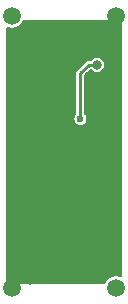
<source format=gbr>
G04 #@! TF.GenerationSoftware,KiCad,Pcbnew,5.1.0-060a0da~80~ubuntu18.04.1*
G04 #@! TF.CreationDate,2019-03-24T19:02:29+01:00*
G04 #@! TF.ProjectId,mav_psu,6d61765f-7073-4752-9e6b-696361645f70,rev?*
G04 #@! TF.SameCoordinates,Original*
G04 #@! TF.FileFunction,Copper,L2,Bot*
G04 #@! TF.FilePolarity,Positive*
%FSLAX46Y46*%
G04 Gerber Fmt 4.6, Leading zero omitted, Abs format (unit mm)*
G04 Created by KiCad (PCBNEW 5.1.0-060a0da~80~ubuntu18.04.1) date 2019-03-24 19:02:29*
%MOMM*%
%LPD*%
G04 APERTURE LIST*
%ADD10C,1.500000*%
%ADD11C,0.800000*%
%ADD12C,0.600000*%
%ADD13C,0.250000*%
%ADD14C,0.200000*%
G04 APERTURE END LIST*
D10*
X113800000Y-133700000D03*
X122600000Y-110700000D03*
X122600000Y-133700000D03*
X113800000Y-110700000D03*
D11*
X116200000Y-118800000D03*
X117800000Y-118800000D03*
X117800000Y-117200000D03*
X116200000Y-117200000D03*
X122400000Y-115800000D03*
X120400000Y-118600000D03*
X121400000Y-118600000D03*
X122400000Y-118600000D03*
X120400000Y-115800000D03*
X121400000Y-115800000D03*
X113700000Y-131200000D03*
X114700000Y-131200000D03*
X115300000Y-133000000D03*
X115300000Y-132000000D03*
X119800000Y-111400000D03*
X118200000Y-111800000D03*
D12*
X119600000Y-119400000D03*
D11*
X121000000Y-114828715D03*
D13*
X119600000Y-115600000D02*
X119600000Y-119400000D01*
X121000000Y-114828715D02*
X120298283Y-114828715D01*
X119600000Y-115526998D02*
X119600000Y-115600000D01*
X120298283Y-114828715D02*
X119600000Y-115526998D01*
D14*
G36*
X123000001Y-132729173D02*
G01*
X122906274Y-132690350D01*
X122703416Y-132650000D01*
X122496584Y-132650000D01*
X122293726Y-132690350D01*
X122102638Y-132769502D01*
X121930664Y-132884411D01*
X121784411Y-133030664D01*
X121669502Y-133202638D01*
X121629173Y-133300000D01*
X113400000Y-133300000D01*
X113400000Y-119340905D01*
X119000000Y-119340905D01*
X119000000Y-119459095D01*
X119023058Y-119575014D01*
X119068287Y-119684207D01*
X119133950Y-119782478D01*
X119217522Y-119866050D01*
X119315793Y-119931713D01*
X119424986Y-119976942D01*
X119540905Y-120000000D01*
X119659095Y-120000000D01*
X119775014Y-119976942D01*
X119884207Y-119931713D01*
X119982478Y-119866050D01*
X120066050Y-119782478D01*
X120131713Y-119684207D01*
X120176942Y-119575014D01*
X120200000Y-119459095D01*
X120200000Y-119340905D01*
X120176942Y-119224986D01*
X120131713Y-119115793D01*
X120066050Y-119017522D01*
X120025000Y-118976472D01*
X120025000Y-115703038D01*
X120455003Y-115273036D01*
X120456274Y-115274939D01*
X120553776Y-115372441D01*
X120668426Y-115449047D01*
X120795818Y-115501814D01*
X120931056Y-115528715D01*
X121068944Y-115528715D01*
X121204182Y-115501814D01*
X121331574Y-115449047D01*
X121446224Y-115372441D01*
X121543726Y-115274939D01*
X121620332Y-115160289D01*
X121673099Y-115032897D01*
X121700000Y-114897659D01*
X121700000Y-114759771D01*
X121673099Y-114624533D01*
X121620332Y-114497141D01*
X121543726Y-114382491D01*
X121446224Y-114284989D01*
X121331574Y-114208383D01*
X121204182Y-114155616D01*
X121068944Y-114128715D01*
X120931056Y-114128715D01*
X120795818Y-114155616D01*
X120668426Y-114208383D01*
X120553776Y-114284989D01*
X120456274Y-114382491D01*
X120442093Y-114403715D01*
X120319149Y-114403715D01*
X120298282Y-114401660D01*
X120277415Y-114403715D01*
X120277409Y-114403715D01*
X120223381Y-114409036D01*
X120214968Y-114409865D01*
X120190666Y-114417237D01*
X120134856Y-114434167D01*
X120061023Y-114473631D01*
X119996309Y-114526741D01*
X119983004Y-114542953D01*
X119314243Y-115211715D01*
X119298026Y-115225024D01*
X119244916Y-115289739D01*
X119205452Y-115363572D01*
X119181150Y-115443685D01*
X119175000Y-115506125D01*
X119175000Y-115506131D01*
X119172945Y-115526998D01*
X119175000Y-115547865D01*
X119175000Y-115579127D01*
X119175001Y-118976471D01*
X119133950Y-119017522D01*
X119068287Y-119115793D01*
X119023058Y-119224986D01*
X119000000Y-119340905D01*
X113400000Y-119340905D01*
X113400000Y-111670827D01*
X113493726Y-111709650D01*
X113696584Y-111750000D01*
X113903416Y-111750000D01*
X114106274Y-111709650D01*
X114297362Y-111630498D01*
X114469336Y-111515589D01*
X114615589Y-111369336D01*
X114730498Y-111197362D01*
X114770827Y-111100000D01*
X123000000Y-111100000D01*
X123000001Y-132729173D01*
X123000001Y-132729173D01*
G37*
X123000001Y-132729173D02*
X122906274Y-132690350D01*
X122703416Y-132650000D01*
X122496584Y-132650000D01*
X122293726Y-132690350D01*
X122102638Y-132769502D01*
X121930664Y-132884411D01*
X121784411Y-133030664D01*
X121669502Y-133202638D01*
X121629173Y-133300000D01*
X113400000Y-133300000D01*
X113400000Y-119340905D01*
X119000000Y-119340905D01*
X119000000Y-119459095D01*
X119023058Y-119575014D01*
X119068287Y-119684207D01*
X119133950Y-119782478D01*
X119217522Y-119866050D01*
X119315793Y-119931713D01*
X119424986Y-119976942D01*
X119540905Y-120000000D01*
X119659095Y-120000000D01*
X119775014Y-119976942D01*
X119884207Y-119931713D01*
X119982478Y-119866050D01*
X120066050Y-119782478D01*
X120131713Y-119684207D01*
X120176942Y-119575014D01*
X120200000Y-119459095D01*
X120200000Y-119340905D01*
X120176942Y-119224986D01*
X120131713Y-119115793D01*
X120066050Y-119017522D01*
X120025000Y-118976472D01*
X120025000Y-115703038D01*
X120455003Y-115273036D01*
X120456274Y-115274939D01*
X120553776Y-115372441D01*
X120668426Y-115449047D01*
X120795818Y-115501814D01*
X120931056Y-115528715D01*
X121068944Y-115528715D01*
X121204182Y-115501814D01*
X121331574Y-115449047D01*
X121446224Y-115372441D01*
X121543726Y-115274939D01*
X121620332Y-115160289D01*
X121673099Y-115032897D01*
X121700000Y-114897659D01*
X121700000Y-114759771D01*
X121673099Y-114624533D01*
X121620332Y-114497141D01*
X121543726Y-114382491D01*
X121446224Y-114284989D01*
X121331574Y-114208383D01*
X121204182Y-114155616D01*
X121068944Y-114128715D01*
X120931056Y-114128715D01*
X120795818Y-114155616D01*
X120668426Y-114208383D01*
X120553776Y-114284989D01*
X120456274Y-114382491D01*
X120442093Y-114403715D01*
X120319149Y-114403715D01*
X120298282Y-114401660D01*
X120277415Y-114403715D01*
X120277409Y-114403715D01*
X120223381Y-114409036D01*
X120214968Y-114409865D01*
X120190666Y-114417237D01*
X120134856Y-114434167D01*
X120061023Y-114473631D01*
X119996309Y-114526741D01*
X119983004Y-114542953D01*
X119314243Y-115211715D01*
X119298026Y-115225024D01*
X119244916Y-115289739D01*
X119205452Y-115363572D01*
X119181150Y-115443685D01*
X119175000Y-115506125D01*
X119175000Y-115506131D01*
X119172945Y-115526998D01*
X119175000Y-115547865D01*
X119175000Y-115579127D01*
X119175001Y-118976471D01*
X119133950Y-119017522D01*
X119068287Y-119115793D01*
X119023058Y-119224986D01*
X119000000Y-119340905D01*
X113400000Y-119340905D01*
X113400000Y-111670827D01*
X113493726Y-111709650D01*
X113696584Y-111750000D01*
X113903416Y-111750000D01*
X114106274Y-111709650D01*
X114297362Y-111630498D01*
X114469336Y-111515589D01*
X114615589Y-111369336D01*
X114730498Y-111197362D01*
X114770827Y-111100000D01*
X123000000Y-111100000D01*
X123000001Y-132729173D01*
M02*

</source>
